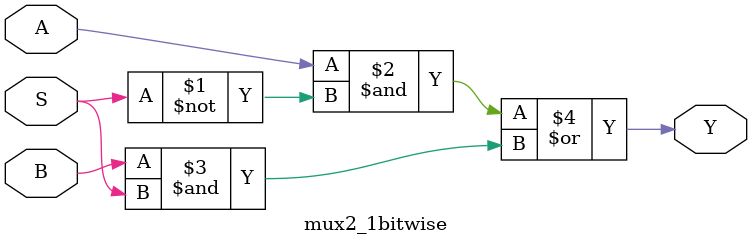
<source format=v>
`timescale 1ns / 1ps


module mux2_1bitwise(
output Y,
input A,B,
input S
);
assign Y=(A&~S)|(B&S);
endmodule

</source>
